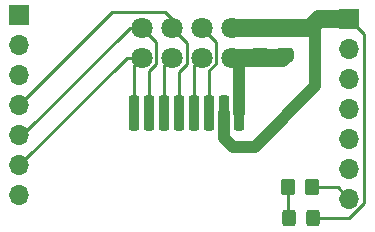
<source format=gbr>
%TF.GenerationSoftware,KiCad,Pcbnew,6.0.5-a6ca702e91~116~ubuntu20.04.1*%
%TF.CreationDate,2022-05-08T08:36:28-05:00*%
%TF.ProjectId,nRF24L01_shield_v001,6e524632-344c-4303-915f-736869656c64,rev?*%
%TF.SameCoordinates,Original*%
%TF.FileFunction,Copper,L1,Top*%
%TF.FilePolarity,Positive*%
%FSLAX46Y46*%
G04 Gerber Fmt 4.6, Leading zero omitted, Abs format (unit mm)*
G04 Created by KiCad (PCBNEW 6.0.5-a6ca702e91~116~ubuntu20.04.1) date 2022-05-08 08:36:28*
%MOMM*%
%LPD*%
G01*
G04 APERTURE LIST*
G04 Aperture macros list*
%AMRoundRect*
0 Rectangle with rounded corners*
0 $1 Rounding radius*
0 $2 $3 $4 $5 $6 $7 $8 $9 X,Y pos of 4 corners*
0 Add a 4 corners polygon primitive as box body*
4,1,4,$2,$3,$4,$5,$6,$7,$8,$9,$2,$3,0*
0 Add four circle primitives for the rounded corners*
1,1,$1+$1,$2,$3*
1,1,$1+$1,$4,$5*
1,1,$1+$1,$6,$7*
1,1,$1+$1,$8,$9*
0 Add four rect primitives between the rounded corners*
20,1,$1+$1,$2,$3,$4,$5,0*
20,1,$1+$1,$4,$5,$6,$7,0*
20,1,$1+$1,$6,$7,$8,$9,0*
20,1,$1+$1,$8,$9,$2,$3,0*%
G04 Aperture macros list end*
%TA.AperFunction,ComponentPad*%
%ADD10C,1.800000*%
%TD*%
%TA.AperFunction,SMDPad,CuDef*%
%ADD11RoundRect,0.250000X0.475000X-0.337500X0.475000X0.337500X-0.475000X0.337500X-0.475000X-0.337500X0*%
%TD*%
%TA.AperFunction,SMDPad,CuDef*%
%ADD12RoundRect,0.225000X0.225000X1.275000X-0.225000X1.275000X-0.225000X-1.275000X0.225000X-1.275000X0*%
%TD*%
%TA.AperFunction,ComponentPad*%
%ADD13R,1.700000X1.700000*%
%TD*%
%TA.AperFunction,ComponentPad*%
%ADD14O,1.700000X1.700000*%
%TD*%
%TA.AperFunction,SMDPad,CuDef*%
%ADD15RoundRect,0.250000X0.350000X0.450000X-0.350000X0.450000X-0.350000X-0.450000X0.350000X-0.450000X0*%
%TD*%
%TA.AperFunction,SMDPad,CuDef*%
%ADD16RoundRect,0.250000X0.325000X0.450000X-0.325000X0.450000X-0.325000X-0.450000X0.325000X-0.450000X0*%
%TD*%
%TA.AperFunction,Conductor*%
%ADD17C,0.250000*%
%TD*%
%TA.AperFunction,Conductor*%
%ADD18C,1.500000*%
%TD*%
%TA.AperFunction,Conductor*%
%ADD19C,1.000000*%
%TD*%
G04 APERTURE END LIST*
D10*
%TO.P,U1,1,GND*%
%TO.N,GND*%
X157710000Y-79330000D03*
%TO.P,U1,2,CE*%
%TO.N,D9*%
X155170000Y-79330000D03*
%TO.P,U1,3,SCK*%
%TO.N,D13{slash}SCK*%
X152630000Y-79330000D03*
%TO.P,U1,4,MISO*%
%TO.N,D12{slash}MISO*%
X150090000Y-79330000D03*
%TO.P,U1,5,IRQ*%
%TO.N,D2{slash}INT0*%
X150090000Y-81870000D03*
%TO.P,U1,6,MOSI*%
%TO.N,D11{slash}MOSI*%
X152630000Y-81870000D03*
%TO.P,U1,7,CSN*%
%TO.N,D10{slash}SS*%
X155170000Y-81870000D03*
%TO.P,U1,8,VCC*%
%TO.N,VCC*%
X157710000Y-81870000D03*
%TD*%
D11*
%TO.P,C1,1*%
%TO.N,VCC*%
X160100000Y-81637500D03*
%TO.P,C1,2*%
%TO.N,GND*%
X160100000Y-79562500D03*
%TD*%
%TO.P,C2,1*%
%TO.N,VCC*%
X162200000Y-81637500D03*
%TO.P,C2,2*%
%TO.N,GND*%
X162200000Y-79562500D03*
%TD*%
D12*
%TO.P,U2,1,3.3V*%
%TO.N,VCC*%
X158345000Y-86600000D03*
%TO.P,U2,2,GND*%
%TO.N,GND*%
X157075000Y-86600000D03*
%TO.P,U2,3,CE*%
%TO.N,D9*%
X155805000Y-86600000D03*
%TO.P,U2,4,CSN*%
%TO.N,D10{slash}SS*%
X154535000Y-86600000D03*
%TO.P,U2,5,SCK*%
%TO.N,D13{slash}SCK*%
X153265000Y-86600000D03*
%TO.P,U2,6,MOSI*%
%TO.N,D11{slash}MOSI*%
X151995000Y-86600000D03*
%TO.P,U2,7,MISO*%
%TO.N,D12{slash}MISO*%
X150725000Y-86600000D03*
%TO.P,U2,8,IRQ*%
%TO.N,D2{slash}INT0*%
X149455000Y-86600000D03*
%TD*%
D13*
%TO.P,J1,1,Pin_1*%
%TO.N,VCC*%
X139700000Y-78300000D03*
D14*
%TO.P,J1,2,Pin_2*%
%TO.N,D4*%
X139700000Y-80840000D03*
%TO.P,J1,3,Pin_3*%
%TO.N,D3*%
X139700000Y-83380000D03*
%TO.P,J1,4,Pin_4*%
%TO.N,D13{slash}SCK*%
X139700000Y-85920000D03*
%TO.P,J1,5,Pin_5*%
%TO.N,D12{slash}MISO*%
X139700000Y-88460000D03*
%TO.P,J1,6,Pin_6*%
%TO.N,D2{slash}INT0*%
X139700000Y-91000000D03*
%TO.P,J1,7,Pin_7*%
%TO.N,A5{slash}SCL*%
X139700000Y-93540000D03*
%TD*%
D13*
%TO.P,J2,1,Pin_1*%
%TO.N,GND*%
X167640000Y-78600000D03*
D14*
%TO.P,J2,2,Pin_2*%
%TO.N,D5*%
X167640000Y-81140000D03*
%TO.P,J2,3,Pin_3*%
%TO.N,D7*%
X167640000Y-83680000D03*
%TO.P,J2,4,Pin_4*%
%TO.N,D9*%
X167640000Y-86220000D03*
%TO.P,J2,5,Pin_5*%
%TO.N,D10{slash}SS*%
X167640000Y-88760000D03*
%TO.P,J2,6,Pin_6*%
%TO.N,D11{slash}MOSI*%
X167640000Y-91300000D03*
%TO.P,J2,7,Pin_7*%
%TO.N,D6*%
X167640000Y-93840000D03*
%TD*%
D15*
%TO.P,R1,1*%
%TO.N,D6*%
X164510000Y-92870000D03*
%TO.P,R1,2*%
%TO.N,Net-(D1-Pad2)*%
X162510000Y-92870000D03*
%TD*%
D16*
%TO.P,D1,1,K*%
%TO.N,GND*%
X164595000Y-95470000D03*
%TO.P,D1,2,A*%
%TO.N,Net-(D1-Pad2)*%
X162545000Y-95470000D03*
%TD*%
D17*
%TO.N,Net-(D1-Pad2)*%
X162510000Y-92870000D02*
X162510000Y-95435000D01*
X162510000Y-95435000D02*
X162545000Y-95470000D01*
%TO.N,D6*%
X164510000Y-92870000D02*
X166670000Y-92870000D01*
X166670000Y-92870000D02*
X167640000Y-93840000D01*
%TO.N,GND*%
X164595000Y-95470000D02*
X167671010Y-95470000D01*
X167671010Y-95470000D02*
X168940000Y-94201010D01*
X168940000Y-94201010D02*
X168940000Y-79900000D01*
X168940000Y-79900000D02*
X167640000Y-78600000D01*
%TO.N,VCC*%
X162200000Y-81637500D02*
X161967500Y-81870000D01*
D18*
X161967500Y-81870000D02*
X157710000Y-81870000D01*
D19*
X158345000Y-86600000D02*
X158345000Y-82505000D01*
%TO.N,GND*%
X157075000Y-88675000D02*
X157800000Y-89400000D01*
D18*
X164370000Y-79330000D02*
X165100000Y-78600000D01*
X165100000Y-78600000D02*
X167600000Y-78600000D01*
D19*
X159700000Y-89400000D02*
X164800000Y-84300000D01*
D18*
X157710000Y-79330000D02*
X164370000Y-79330000D01*
D19*
X157800000Y-89400000D02*
X159700000Y-89400000D01*
X164800000Y-84300000D02*
X164800000Y-78600000D01*
X157075000Y-86600000D02*
X157075000Y-88675000D01*
D17*
%TO.N,D13{slash}SCK*%
X153265000Y-83057699D02*
X153900000Y-82422699D01*
X147570480Y-78049520D02*
X152050480Y-78049520D01*
X153900000Y-80600000D02*
X152630000Y-79330000D01*
X152630000Y-78629040D02*
X152630000Y-79330000D01*
X153900000Y-82422699D02*
X153900000Y-80600000D01*
X139700000Y-85920000D02*
X147570480Y-78049520D01*
X153265000Y-86600000D02*
X153265000Y-83057699D01*
X152050480Y-78049520D02*
X152630000Y-78629040D01*
%TO.N,D12{slash}MISO*%
X151314511Y-80554511D02*
X150090000Y-79330000D01*
X151314511Y-82377210D02*
X151314511Y-80554511D01*
X149070000Y-79330000D02*
X150090000Y-79330000D01*
X150725000Y-86600000D02*
X150725000Y-82966721D01*
X150725000Y-82966721D02*
X151314511Y-82377210D01*
X139940000Y-88460000D02*
X149070000Y-79330000D01*
X139700000Y-88460000D02*
X139940000Y-88460000D01*
%TO.N,D2{slash}INT0*%
X149455000Y-86600000D02*
X149455000Y-82505000D01*
X148830000Y-81870000D02*
X150090000Y-81870000D01*
X149455000Y-82505000D02*
X150090000Y-81870000D01*
X139700000Y-91000000D02*
X148830000Y-81870000D01*
%TO.N,D9*%
X155805000Y-82966721D02*
X156400000Y-82371721D01*
X155805000Y-86600000D02*
X155805000Y-82966721D01*
X156400000Y-82371721D02*
X156400000Y-80560000D01*
X156400000Y-80560000D02*
X155170000Y-79330000D01*
%TO.N,D10{slash}SS*%
X154535000Y-86600000D02*
X154535000Y-82505000D01*
X154535000Y-82505000D02*
X155170000Y-81870000D01*
%TO.N,D11{slash}MOSI*%
X151995000Y-86600000D02*
X151995000Y-82505000D01*
X151995000Y-82505000D02*
X152630000Y-81870000D01*
%TD*%
M02*

</source>
